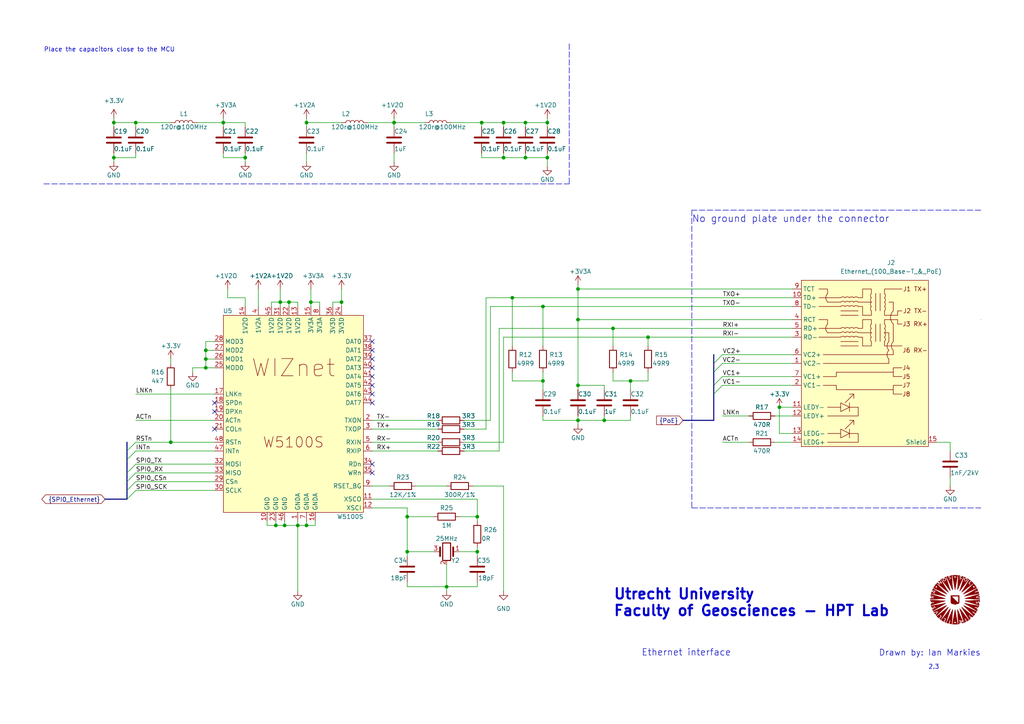
<source format=kicad_sch>
(kicad_sch (version 20211123) (generator eeschema)
  (paper "A4")
  (lib_symbols
    (symbol "+1V2A_1" (power) (in_bom no) (on_board no)
      (property "Value" "+1V2A_1" (at -3.81 3.81 0))
      (symbol "+1V2A_1_1_1"
        (pin power_in line (at 0 0 90) (length 0) hide (name "+1V2A") (number "1"))
      )
    )
    (symbol "+1V2D_1" (power) (in_bom no) (on_board no)
      (property "Value" "+1V2D_1" (at -3.81 3.81 0))
      (symbol "+1V2D_1_1_1"
        (pin power_in line (at 0 0 90) (length 0) hide (name "+1V2D") (number "1"))
      )
    )
    (symbol "+3V3A_1" (power) (in_bom no) (on_board no)
      (property "Value" "+3V3A_1" (at 0 5.08 0))
      (symbol "+3V3A_1_1_1"
        (pin power_in line (at 0 0 90) (length 0) hide (name "+3V3A") (number "1"))
      )
    )
    (symbol "+3V3A_2" (power) (in_bom no) (on_board no)
      (property "Value" "+3V3A_2" (at 0 5.08 0))
      (symbol "+3V3A_2_1_1"
        (pin power_in line (at 0 0 90) (length 0) hide (name "+3V3A") (number "1"))
      )
    )
    (symbol "Device:C" (pin_numbers hide) (pin_names (offset 0.254))
      (property "Reference" "C" (at 0.635 2.54 0))
      (property "Value" "C" (at 0.635 -2.54 0))
      (symbol "C_1_1"
        (pin passive line (at 0 3.81 270) (length 2.794) (name "~") (number "1"))
        (pin passive line (at 0 -3.81 90) (length 2.794) (name "~") (number "2"))
      )
    )
    (symbol "Device:L" (pin_numbers hide) (pin_names (offset 1.016) hide)
      (property "Reference" "L" (at -1.27 0 90))
      (property "Value" "L" (at 1.905 0 90))
      (symbol "L_1_1"
        (pin passive line (at 0 3.81 270) (length 1.27) (name "1") (number "1"))
        (pin passive line (at 0 -3.81 90) (length 1.27) (name "2") (number "2"))
      )
    )
    (symbol "Device:R" (pin_numbers hide) (pin_names (offset 0))
      (property "Reference" "R" (at 2.032 0 90))
      (property "Value" "R" (at 0 0 90))
      (symbol "R_1_1"
        (pin passive line (at 0 3.81 270) (length 1.27) (name "~") (number "1"))
        (pin passive line (at 0 -3.81 90) (length 1.27) (name "~") (number "2"))
      )
    )
    (symbol "HPT:+1V2A" (power) (in_bom no) (on_board no)
      (property "Value" "+1V2A" (at 0 5.08 0))
      (symbol "+1V2A_1_1"
        (pin power_in line (at 0 0 90) (length 0) hide (name "+1V2A") (number "1"))
      )
    )
    (symbol "HPT:+1V2D" (power) (in_bom no) (on_board no)
      (property "Value" "+1V2D" (at 0 5.08 0))
      (symbol "+1V2D_1_1"
        (pin power_in line (at 0 0 90) (length 0) hide (name "+1V2D") (number "1"))
      )
    )
    (symbol "HPT:+1V2O" (power) (in_bom no) (on_board no)
      (property "Value" "+1V2O" (at 0 5.08 0))
      (symbol "+1V2O_1_1"
        (pin power_in line (at 0 0 90) (length 0) hide (name "+1V2O") (number "1"))
      )
    )
    (symbol "HPT:+3V3A" (power) (in_bom no) (on_board no)
      (property "Value" "+3V3A" (at 0 5.08 0))
      (symbol "+3V3A_1_1"
        (pin power_in line (at 0 0 90) (length 0) hide (name "+3V3A") (number "1"))
      )
    )
    (symbol "HPT:Crystal"
      (property "Reference" "U" (at 1.27 6.35 0))
      (property "Value" "Crystal" (at 0 -8.89 0))
      (symbol "Crystal_1_1"
        (pin passive line (at -3.81 0 0) (length 1.27) (name "") (number "1"))
        (pin passive line (at 0 -3.81 90) (length 1.27) (name "") (number "2"))
        (pin passive line (at 3.81 0 180) (length 1.27) (name "") (number "3"))
        (pin passive line (at 0 -3.81 90) (length 1.27) hide (name "") (number "4"))
      )
    )
    (symbol "HPT:Ethernet_(100_Base-T_&_PoE)"
      (property "Reference" "J?" (at -16.51 29.21 0))
      (property "Value" "Ethernet_(100_Base-T_&_PoE)" (at -2.54 -21.59 0))
      (symbol "Ethernet_(100_Base-T_&_PoE)_0_0"
        (text "J1 TX+" (at 15.24 25.4 0) (effects (font (size 1.27 1.27))))
        (text "J2 TX-" (at 15.24 19.05 0) (effects (font (size 1.27 1.27))))
        (text "J3 RX+" (at 15.24 15.24 0) (effects (font (size 1.27 1.27))))
        (text "J4" (at 12.7 2.54 0) (effects (font (size 1.27 1.27))))
        (text "J5" (at 12.7 0 0) (effects (font (size 1.27 1.27))))
        (text "J6 RX-" (at 15.24 7.62 0) (effects (font (size 1.27 1.27))))
        (text "J7" (at 12.7 -2.54 0) (effects (font (size 1.27 1.27))))
        (text "J8" (at 12.7 -5.08 0) (effects (font (size 1.27 1.27))))
      )
      (symbol "Ethernet_(100_Base-T_&_PoE)_1_1"
        (pin output line (at -20.32 3.81 0) (length 2.54) (name "VC2-") (number "1"))
        (pin input line (at -20.32 22.86 0) (length 2.54) (name "TD+") (number "10"))
        (pin input line (at -20.32 -8.89 0) (length 2.54) (name "LEDY-") (number "11"))
        (pin input line (at -20.32 -11.43 0) (length 2.54) (name "LEDY+") (number "12"))
        (pin input line (at -20.32 -16.51 0) (length 2.54) (name "LEDG-") (number "13"))
        (pin input line (at -20.32 -19.05 0) (length 2.54) (name "LEDG+") (number "14"))
        (pin input line (at 21.59 -19.05 180) (length 2.54) (name "Shield") (number "15"))
        (pin input line (at 21.59 -19.05 180) (length 2.54) hide (name "Shield") (number "16"))
        (pin output line (at -20.32 -2.54 0) (length 2.54) (name "VC1-") (number "2"))
        (pin input line (at -20.32 11.43 0) (length 2.54) (name "RD-") (number "3"))
        (pin input line (at -20.32 16.51 0) (length 2.54) (name "RCT") (number "4"))
        (pin input line (at -20.32 13.97 0) (length 2.54) (name "RD+") (number "5"))
        (pin output line (at -20.32 6.35 0) (length 2.54) (name "VC2+") (number "6"))
        (pin output line (at -20.32 0 0) (length 2.54) (name "VC1+") (number "7"))
        (pin input line (at -20.32 20.32 0) (length 2.54) (name "TD-") (number "8"))
        (pin input line (at -20.32 25.4 0) (length 2.54) (name "TCT") (number "9"))
      )
    )
    (symbol "HPT:LOGO" (pin_names (offset 1.016)))
    (symbol "HPT:W5100S"
      (property "Reference" "U" (at -20.32 38.1 0))
      (property "Value" "W5100S" (at 20.32 -22.86 0))
      (symbol "W5100S_0_0"
        (text "W5100S" (at 0 0 0) (effects (font (size 3 3))))
        (text "WIZnet" (at 0 21.59 0) (effects (font (size 5 5))))
      )
      (symbol "W5100S_1_1"
        (pin input line (at -1.27 -22.86 90) (length 2.54) (name "GNDA") (number "1"))
        (pin input line (at 7.62 -22.86 90) (length 2.54) (name "GND") (number "10"))
        (pin input line (at -22.86 -16.51 0) (length 2.54) (name "XSCO") (number "11"))
        (pin input line (at -22.86 -19.05 0) (length 2.54) (name "XSCI") (number "12"))
        (pin input line (at -1.27 39.37 270) (length 2.54) (name "1V2D") (number "13"))
        (pin input line (at 13.97 39.37 270) (length 2.54) (name "1V2O") (number "14"))
        (pin input line (at -5.08 39.37 270) (length 2.54) (name "3V3A") (number "15"))
        (pin input line (at -6.35 -22.86 90) (length 2.54) (name "GNDA") (number "16"))
        (pin bidirectional line (at 22.86 13.97 180) (length 2.54) (name "LNKn") (number "17"))
        (pin bidirectional line (at 22.86 11.43 180) (length 2.54) (name "SPDn") (number "18"))
        (pin bidirectional line (at 22.86 8.89 180) (length 2.54) (name "DPXn") (number "19"))
        (pin input line (at -22.86 6.35 0) (length 2.54) (name "TXON") (number "2"))
        (pin bidirectional line (at 22.86 6.35 180) (length 2.54) (name "ACTn") (number "20"))
        (pin bidirectional line (at 22.86 3.81 180) (length 2.54) (name "COLn") (number "21"))
        (pin input line (at 1.27 39.37 270) (length 2.54) (name "1V2D") (number "22"))
        (pin input line (at 5.08 -22.86 90) (length 2.54) (name "GND") (number "23"))
        (pin input line (at -13.97 39.37 270) (length 2.54) (name "3V3D") (number "24"))
        (pin input line (at 22.86 21.59 180) (length 2.54) (name "MOD0") (number "25"))
        (pin input line (at 22.86 24.13 180) (length 2.54) (name "MOD1") (number "26"))
        (pin input line (at 22.86 26.67 180) (length 2.54) (name "MOD2") (number "27"))
        (pin input line (at 22.86 29.21 180) (length 2.54) (name "MOD3") (number "28"))
        (pin bidirectional line (at 22.86 -11.43 180) (length 2.54) (name "CSn") (number "29"))
        (pin input line (at -22.86 3.81 0) (length 2.54) (name "TXOP") (number "3"))
        (pin bidirectional line (at 22.86 -13.97 180) (length 2.54) (name "SCLK") (number "30"))
        (pin input line (at 3.81 39.37 270) (length 2.54) (name "1V2D") (number "31"))
        (pin bidirectional line (at 22.86 -6.35 180) (length 2.54) (name "MOSI") (number "32"))
        (pin bidirectional line (at 22.86 -8.89 180) (length 2.54) (name "MISO") (number "33"))
        (pin input line (at -22.86 -6.35 0) (length 2.54) (name "RDn") (number "34"))
        (pin input line (at -22.86 -8.89 0) (length 2.54) (name "WRn") (number "35"))
        (pin input line (at -11.43 39.37 270) (length 2.54) (name "3V3D") (number "36"))
        (pin input line (at -22.86 29.21 0) (length 2.54) (name "DAT0") (number "37"))
        (pin input line (at -22.86 26.67 0) (length 2.54) (name "DAT1") (number "38"))
        (pin input line (at -22.86 24.13 0) (length 2.54) (name "DAT2") (number "39"))
        (pin input line (at 10.16 39.37 270) (length 2.54) (name "1V2A") (number "4"))
        (pin input line (at -22.86 21.59 0) (length 2.54) (name "DAT3") (number "40"))
        (pin input line (at -22.86 19.05 0) (length 2.54) (name "DAT4") (number "41"))
        (pin input line (at -22.86 16.51 0) (length 2.54) (name "DAT5") (number "42"))
        (pin input line (at -22.86 13.97 0) (length 2.54) (name "DAT6") (number "43"))
        (pin input line (at -22.86 11.43 0) (length 2.54) (name "DAT7") (number "44"))
        (pin input line (at 6.35 39.37 270) (length 2.54) (name "1V2D") (number "45"))
        (pin input line (at 2.54 -22.86 90) (length 2.54) (name "GND") (number "46"))
        (pin bidirectional line (at 22.86 -2.54 180) (length 2.54) (name "INTn") (number "47"))
        (pin bidirectional line (at 22.86 0 180) (length 2.54) (name "RSTn") (number "48"))
        (pin input line (at -22.86 0 0) (length 2.54) (name "RXIN") (number "5"))
        (pin input line (at -22.86 -2.54 0) (length 2.54) (name "RXIP") (number "6"))
        (pin input line (at -3.81 -22.86 90) (length 2.54) (name "GNDA") (number "7"))
        (pin input line (at -7.62 39.37 270) (length 2.54) (name "3V3A") (number "8"))
        (pin input line (at -22.86 -12.7 0) (length 2.54) (name "RSET_BG") (number "9"))
      )
    )
    (symbol "power:+3.3V" (power) (pin_names (offset 0))
      (property "Value" "+3.3V" (at 0 3.556 0))
      (symbol "+3.3V_1_1"
        (pin power_in line (at 0 0 90) (length 0) hide (name "+3.3V") (number "1"))
      )
    )
    (symbol "power:GND" (power) (pin_names (offset 0))
      (property "Value" "GND" (at 0 -3.81 0))
      (symbol "GND_1_1"
        (pin power_in line (at 0 0 270) (length 0) hide (name "GND") (number "1"))
      )
    )
  )
  (junction (at 129.54 170.18))
  (junction (at 49.53 128.27))
  (junction (at 33.02 35.56))
  (junction (at 146.05 45.72))
  (junction (at 158.75 35.56))
  (junction (at 152.4 35.56))
  (junction (at 59.69 101.6))
  (junction (at 82.55 152.4))
  (junction (at 139.7 35.56))
  (junction (at 167.64 83.82))
  (junction (at 175.26 121.92))
  (junction (at 138.43 149.86))
  (junction (at 167.64 92.71))
  (junction (at 39.37 35.56))
  (junction (at 64.77 35.56))
  (junction (at 157.48 110.49))
  (junction (at 99.06 87.63))
  (junction (at 158.75 45.72))
  (junction (at 182.88 110.49))
  (junction (at 80.01 152.4))
  (junction (at 83.82 87.63))
  (junction (at 138.43 160.02))
  (junction (at 114.3 35.56))
  (junction (at 226.06 118.11))
  (junction (at 146.05 35.56))
  (junction (at 148.59 86.36))
  (junction (at 88.9 152.4))
  (junction (at 177.8 95.25))
  (junction (at 86.36 152.4))
  (junction (at 88.9 35.56))
  (junction (at 90.17 87.63))
  (junction (at 71.12 45.72))
  (junction (at 59.69 106.68))
  (junction (at 167.64 111.76))
  (junction (at 152.4 45.72))
  (junction (at 157.48 88.9))
  (junction (at 118.11 149.86))
  (junction (at 81.28 87.63))
  (junction (at 118.11 160.02))
  (junction (at 167.64 121.92))
  (junction (at 59.69 104.14))
  (junction (at 33.02 45.72))
  (junction (at 187.96 97.79))
  (no_connect (at 107.95 137.16))
  (no_connect (at 107.95 134.62))
  (no_connect (at 62.23 116.84))
  (no_connect (at 62.23 124.46))
  (no_connect (at 62.23 119.38))
  (no_connect (at 107.95 109.22))
  (no_connect (at 107.95 106.68))
  (no_connect (at 107.95 111.76))
  (no_connect (at 107.95 114.3))
  (no_connect (at 107.95 116.84))
  (no_connect (at 107.95 104.14))
  (no_connect (at 107.95 101.6))
  (no_connect (at 107.95 99.06))
  (bus_entry (at 36.83 142.24) (size 2.54 -2.54))
  (bus_entry (at 36.83 130.81) (size 2.54 -2.54))
  (bus_entry (at 209.55 109.22) (size -2.54 2.54))
  (bus_entry (at 209.55 105.41) (size -2.54 2.54))
  (bus_entry (at 209.55 102.87) (size -2.54 2.54))
  (bus_entry (at 36.83 139.7) (size 2.54 -2.54))
  (bus_entry (at 36.83 133.35) (size 2.54 -2.54))
  (bus_entry (at 36.83 144.78) (size 2.54 -2.54))
  (bus_entry (at 209.55 111.76) (size -2.54 2.54))
  (bus_entry (at 36.83 137.16) (size 2.54 -2.54))
  (wire (pts (xy 224.79 120.65) (xy 229.87 120.65)))
  (wire (pts (xy 39.37 137.16) (xy 62.23 137.16)))
  (wire (pts (xy 138.43 170.18) (xy 129.54 170.18)))
  (wire (pts (xy 99.06 83.82) (xy 99.06 87.63)))
  (wire (pts (xy 106.68 35.56) (xy 114.3 35.56)))
  (wire (pts (xy 82.55 152.4) (xy 86.36 152.4)))
  (wire (pts (xy 114.3 35.56) (xy 114.3 36.83)))
  (wire (pts (xy 182.88 110.49) (xy 182.88 113.03)))
  (wire (pts (xy 64.77 35.56) (xy 64.77 36.83)))
  (wire (pts (xy 138.43 170.18) (xy 138.43 168.91)))
  (wire (pts (xy 139.7 35.56) (xy 146.05 35.56)))
  (wire (pts (xy 33.02 45.72) (xy 33.02 44.45)))
  (wire (pts (xy 158.75 45.72) (xy 158.75 48.26)))
  (wire (pts (xy 33.02 35.56) (xy 33.02 36.83)))
  (wire (pts (xy 49.53 113.03) (xy 49.53 128.27)))
  (wire (pts (xy 129.54 170.18) (xy 118.11 170.18)))
  (wire (pts (xy 107.95 147.32) (xy 118.11 147.32)))
  (wire (pts (xy 157.48 120.65) (xy 157.48 121.92)))
  (wire (pts (xy 71.12 45.72) (xy 71.12 46.99)))
  (wire (pts (xy 62.23 99.06) (xy 59.69 99.06)))
  (wire (pts (xy 137.16 140.97) (xy 146.05 140.97)))
  (wire (pts (xy 114.3 35.56) (xy 123.19 35.56)))
  (bus (pts (xy 36.83 137.16) (xy 36.83 139.7)))
  (wire (pts (xy 114.3 46.99) (xy 114.3 44.45)))
  (wire (pts (xy 49.53 105.41) (xy 49.53 104.14)))
  (wire (pts (xy 88.9 151.13) (xy 88.9 152.4)))
  (wire (pts (xy 96.52 87.63) (xy 96.52 88.9)))
  (wire (pts (xy 167.64 92.71) (xy 229.87 92.71)))
  (wire (pts (xy 92.71 87.63) (xy 92.71 88.9)))
  (wire (pts (xy 118.11 149.86) (xy 118.11 160.02)))
  (wire (pts (xy 134.62 121.92) (xy 142.24 121.92)))
  (bus (pts (xy 36.83 142.24) (xy 36.83 144.78)))
  (wire (pts (xy 167.64 111.76) (xy 167.64 113.03)))
  (wire (pts (xy 88.9 34.29) (xy 88.9 35.56)))
  (wire (pts (xy 138.43 149.86) (xy 133.35 149.86)))
  (wire (pts (xy 81.28 87.63) (xy 78.74 87.63)))
  (wire (pts (xy 144.78 130.81) (xy 144.78 95.25)))
  (wire (pts (xy 157.48 107.95) (xy 157.48 110.49)))
  (polyline (pts (xy 200.66 147.32) (xy 284.48 147.32)))
  (wire (pts (xy 187.96 97.79) (xy 229.87 97.79)))
  (wire (pts (xy 107.95 140.97) (xy 113.03 140.97)))
  (wire (pts (xy 64.77 34.29) (xy 64.77 35.56)))
  (wire (pts (xy 139.7 45.72) (xy 146.05 45.72)))
  (wire (pts (xy 39.37 45.72) (xy 39.37 44.45)))
  (wire (pts (xy 146.05 35.56) (xy 152.4 35.56)))
  (polyline (pts (xy 12.7 53.34) (xy 165.1 53.34)))
  (bus (pts (xy 36.83 133.35) (xy 36.83 137.16)))
  (wire (pts (xy 71.12 45.72) (xy 71.12 44.45)))
  (wire (pts (xy 209.55 111.76) (xy 229.87 111.76)))
  (wire (pts (xy 90.17 83.82) (xy 90.17 87.63)))
  (wire (pts (xy 77.47 152.4) (xy 80.01 152.4)))
  (wire (pts (xy 64.77 35.56) (xy 71.12 35.56)))
  (polyline (pts (xy 165.1 12.7) (xy 165.1 53.34)))
  (wire (pts (xy 127 128.27) (xy 107.95 128.27)))
  (wire (pts (xy 78.74 87.63) (xy 78.74 88.9)))
  (bus (pts (xy 207.01 107.95) (xy 207.01 111.76)))
  (wire (pts (xy 33.02 45.72) (xy 39.37 45.72)))
  (wire (pts (xy 114.3 34.29) (xy 114.3 35.56)))
  (wire (pts (xy 125.73 149.86) (xy 118.11 149.86)))
  (wire (pts (xy 146.05 97.79) (xy 187.96 97.79)))
  (wire (pts (xy 138.43 151.13) (xy 138.43 149.86)))
  (wire (pts (xy 175.26 120.65) (xy 175.26 121.92)))
  (wire (pts (xy 71.12 35.56) (xy 71.12 36.83)))
  (wire (pts (xy 144.78 95.25) (xy 177.8 95.25)))
  (wire (pts (xy 134.62 128.27) (xy 146.05 128.27)))
  (wire (pts (xy 224.79 128.27) (xy 229.87 128.27)))
  (wire (pts (xy 74.93 83.82) (xy 74.93 88.9)))
  (wire (pts (xy 62.23 104.14) (xy 59.69 104.14)))
  (wire (pts (xy 59.69 104.14) (xy 59.69 101.6)))
  (bus (pts (xy 207.01 111.76) (xy 207.01 114.3)))
  (wire (pts (xy 139.7 45.72) (xy 139.7 44.45)))
  (bus (pts (xy 36.83 128.27) (xy 36.83 130.81)))
  (wire (pts (xy 146.05 45.72) (xy 146.05 44.45)))
  (wire (pts (xy 134.62 124.46) (xy 140.97 124.46)))
  (wire (pts (xy 59.69 106.68) (xy 55.88 106.68)))
  (wire (pts (xy 55.88 106.68) (xy 55.88 107.95)))
  (wire (pts (xy 88.9 44.45) (xy 88.9 46.99)))
  (wire (pts (xy 148.59 86.36) (xy 229.87 86.36)))
  (wire (pts (xy 158.75 45.72) (xy 158.75 44.45)))
  (wire (pts (xy 138.43 158.75) (xy 138.43 160.02)))
  (wire (pts (xy 158.75 35.56) (xy 158.75 36.83)))
  (wire (pts (xy 86.36 87.63) (xy 83.82 87.63)))
  (wire (pts (xy 39.37 128.27) (xy 49.53 128.27)))
  (wire (pts (xy 90.17 87.63) (xy 90.17 88.9)))
  (wire (pts (xy 134.62 130.81) (xy 144.78 130.81)))
  (wire (pts (xy 138.43 144.78) (xy 138.43 149.86)))
  (wire (pts (xy 167.64 121.92) (xy 175.26 121.92)))
  (wire (pts (xy 157.48 121.92) (xy 167.64 121.92)))
  (wire (pts (xy 209.55 109.22) (xy 229.87 109.22)))
  (wire (pts (xy 83.82 87.63) (xy 83.82 88.9)))
  (wire (pts (xy 80.01 152.4) (xy 82.55 152.4)))
  (wire (pts (xy 152.4 35.56) (xy 158.75 35.56)))
  (bus (pts (xy 36.83 130.81) (xy 36.83 133.35)))
  (wire (pts (xy 167.64 92.71) (xy 167.64 111.76)))
  (bus (pts (xy 198.12 121.92) (xy 207.01 121.92)))
  (wire (pts (xy 64.77 45.72) (xy 71.12 45.72)))
  (wire (pts (xy 39.37 121.92) (xy 62.23 121.92)))
  (wire (pts (xy 118.11 170.18) (xy 118.11 168.91)))
  (bus (pts (xy 36.83 139.7) (xy 36.83 142.24)))
  (wire (pts (xy 142.24 88.9) (xy 142.24 121.92)))
  (wire (pts (xy 148.59 110.49) (xy 157.48 110.49)))
  (wire (pts (xy 57.15 35.56) (xy 64.77 35.56)))
  (wire (pts (xy 81.28 87.63) (xy 81.28 88.9)))
  (wire (pts (xy 118.11 160.02) (xy 118.11 161.29)))
  (wire (pts (xy 88.9 35.56) (xy 99.06 35.56)))
  (wire (pts (xy 86.36 151.13) (xy 86.36 152.4)))
  (wire (pts (xy 62.23 106.68) (xy 59.69 106.68)))
  (wire (pts (xy 127 130.81) (xy 107.95 130.81)))
  (wire (pts (xy 229.87 118.11) (xy 226.06 118.11)))
  (wire (pts (xy 120.65 140.97) (xy 129.54 140.97)))
  (polyline (pts (xy 284.48 60.96) (xy 200.66 60.96)))
  (wire (pts (xy 81.28 83.82) (xy 81.28 87.63)))
  (wire (pts (xy 49.53 128.27) (xy 62.23 128.27)))
  (wire (pts (xy 133.35 160.02) (xy 138.43 160.02)))
  (bus (pts (xy 30.48 144.78) (xy 36.83 144.78)))
  (wire (pts (xy 107.95 144.78) (xy 138.43 144.78)))
  (wire (pts (xy 77.47 151.13) (xy 77.47 152.4)))
  (wire (pts (xy 127 121.92) (xy 107.95 121.92)))
  (wire (pts (xy 118.11 160.02) (xy 125.73 160.02)))
  (wire (pts (xy 33.02 35.56) (xy 33.02 34.29)))
  (wire (pts (xy 39.37 142.24) (xy 62.23 142.24)))
  (wire (pts (xy 86.36 88.9) (xy 86.36 87.63)))
  (wire (pts (xy 148.59 86.36) (xy 148.59 100.33)))
  (wire (pts (xy 209.55 102.87) (xy 229.87 102.87)))
  (wire (pts (xy 39.37 130.81) (xy 62.23 130.81)))
  (wire (pts (xy 209.55 120.65) (xy 217.17 120.65)))
  (wire (pts (xy 33.02 46.99) (xy 33.02 45.72)))
  (wire (pts (xy 157.48 100.33) (xy 157.48 88.9)))
  (wire (pts (xy 139.7 35.56) (xy 139.7 36.83)))
  (wire (pts (xy 71.12 86.36) (xy 71.12 88.9)))
  (wire (pts (xy 99.06 87.63) (xy 96.52 87.63)))
  (wire (pts (xy 177.8 95.25) (xy 229.87 95.25)))
  (wire (pts (xy 182.88 110.49) (xy 187.96 110.49)))
  (wire (pts (xy 64.77 45.72) (xy 64.77 44.45)))
  (wire (pts (xy 39.37 114.3) (xy 62.23 114.3)))
  (wire (pts (xy 118.11 147.32) (xy 118.11 149.86)))
  (wire (pts (xy 86.36 152.4) (xy 88.9 152.4)))
  (wire (pts (xy 157.48 88.9) (xy 229.87 88.9)))
  (wire (pts (xy 39.37 35.56) (xy 39.37 36.83)))
  (wire (pts (xy 39.37 139.7) (xy 62.23 139.7)))
  (wire (pts (xy 175.26 121.92) (xy 182.88 121.92)))
  (wire (pts (xy 66.04 83.82) (xy 66.04 86.36)))
  (wire (pts (xy 59.69 101.6) (xy 59.69 99.06)))
  (wire (pts (xy 167.64 111.76) (xy 175.26 111.76)))
  (wire (pts (xy 142.24 88.9) (xy 157.48 88.9)))
  (wire (pts (xy 91.44 151.13) (xy 91.44 152.4)))
  (wire (pts (xy 167.64 120.65) (xy 167.64 121.92)))
  (wire (pts (xy 148.59 107.95) (xy 148.59 110.49)))
  (wire (pts (xy 146.05 128.27) (xy 146.05 97.79)))
  (polyline (pts (xy 200.66 60.96) (xy 200.66 147.32)))
  (wire (pts (xy 39.37 35.56) (xy 33.02 35.56)))
  (wire (pts (xy 138.43 160.02) (xy 138.43 161.29)))
  (wire (pts (xy 99.06 87.63) (xy 99.06 88.9)))
  (wire (pts (xy 187.96 97.79) (xy 187.96 100.33)))
  (wire (pts (xy 146.05 140.97) (xy 146.05 171.45)))
  (wire (pts (xy 146.05 45.72) (xy 152.4 45.72)))
  (wire (pts (xy 177.8 107.95) (xy 177.8 110.49)))
  (wire (pts (xy 90.17 87.63) (xy 92.71 87.63)))
  (wire (pts (xy 129.54 171.45) (xy 129.54 170.18)))
  (wire (pts (xy 140.97 124.46) (xy 140.97 86.36)))
  (wire (pts (xy 129.54 163.83) (xy 129.54 170.18)))
  (wire (pts (xy 146.05 35.56) (xy 146.05 36.83)))
  (wire (pts (xy 86.36 152.4) (xy 86.36 171.45)))
  (wire (pts (xy 167.64 121.92) (xy 167.64 123.19)))
  (wire (pts (xy 152.4 45.72) (xy 158.75 45.72)))
  (wire (pts (xy 88.9 152.4) (xy 91.44 152.4)))
  (wire (pts (xy 182.88 121.92) (xy 182.88 120.65)))
  (wire (pts (xy 167.64 83.82) (xy 167.64 92.71)))
  (wire (pts (xy 177.8 95.25) (xy 177.8 100.33)))
  (wire (pts (xy 167.64 82.55) (xy 167.64 83.82)))
  (wire (pts (xy 152.4 35.56) (xy 152.4 36.83)))
  (wire (pts (xy 157.48 110.49) (xy 157.48 113.03)))
  (wire (pts (xy 271.78 128.27) (xy 275.59 128.27)))
  (wire (pts (xy 158.75 34.29) (xy 158.75 35.56)))
  (bus (pts (xy 207.01 105.41) (xy 207.01 107.95)))
  (wire (pts (xy 59.69 106.68) (xy 59.69 104.14)))
  (wire (pts (xy 81.28 87.63) (xy 83.82 87.63)))
  (wire (pts (xy 127 124.46) (xy 107.95 124.46)))
  (wire (pts (xy 275.59 140.97) (xy 275.59 138.43)))
  (wire (pts (xy 62.23 101.6) (xy 59.69 101.6)))
  (wire (pts (xy 226.06 125.73) (xy 226.06 118.11)))
  (bus (pts (xy 207.01 114.3) (xy 207.01 121.92)))
  (wire (pts (xy 209.55 105.41) (xy 229.87 105.41)))
  (wire (pts (xy 177.8 110.49) (xy 182.88 110.49)))
  (wire (pts (xy 82.55 151.13) (xy 82.55 152.4)))
  (wire (pts (xy 130.81 35.56) (xy 139.7 35.56)))
  (wire (pts (xy 229.87 125.73) (xy 226.06 125.73)))
  (wire (pts (xy 140.97 86.36) (xy 148.59 86.36)))
  (wire (pts (xy 39.37 134.62) (xy 62.23 134.62)))
  (wire (pts (xy 49.53 35.56) (xy 39.37 35.56)))
  (wire (pts (xy 152.4 45.72) (xy 152.4 44.45)))
  (bus (pts (xy 207.01 102.87) (xy 207.01 105.41)))
  (wire (pts (xy 175.26 113.03) (xy 175.26 111.76)))
  (wire (pts (xy 187.96 107.95) (xy 187.96 110.49)))
  (wire (pts (xy 88.9 35.56) (xy 88.9 36.83)))
  (wire (pts (xy 275.59 128.27) (xy 275.59 130.81)))
  (wire (pts (xy 167.64 83.82) (xy 229.87 83.82)))
  (wire (pts (xy 80.01 151.13) (xy 80.01 152.4)))
  (wire (pts (xy 209.55 128.27) (xy 217.17 128.27)))
  (wire (pts (xy 66.04 86.36) (xy 71.12 86.36)))
  (text "No ground plate under the connector\n" (at 200.66 64.77 0) (effects (font (size 2 2)) (justify left bottom)))
  (text "Ethernet interface" (at 212.09 190.5 180) (effects (font (size 1.905 1.905)) (justify right bottom)))
  (text "Utrecht University\nFaculty of Geosciences - HPT Lab" (at 177.8 179.07 0) (effects (font (size 3 3) (thickness 0.6) bold) (justify left bottom)))
  (text "Drawn by: Ian Markies" (at 284.48 190.5 180) (effects (font (size 1.75 1.75)) (justify right bottom)))
  (text "2.3" (at 269.24 194.31 0) (effects (font (size 1.27 1.27)) (justify left bottom)))
  (text "Place the capacitors close to the MCU" (at 12.7 15.24 0) (effects (font (size 1.27 1.27)) (justify left bottom)))
  (label "TXO-" (at 209.55 88.9 0))
  (label "ACTn" (at 209.55 128.27 0))
  (label "RX+" (at 109.22 130.81 0))
  (label "SPI0_RX" (at 39.37 137.16 0))
  (label "VC2+" (at 209.55 102.87 0))
  (label "RSTn" (at 39.37 128.27 0))
  (label "SPI0_CSn" (at 39.37 139.7 0))
  (label "SPI0_SCK" (at 39.37 142.24 0))
  (label "VC1-" (at 209.55 111.76 0))
  (label "TXO+" (at 209.55 86.36 0))
  (label "TX-" (at 109.22 121.92 0))
  (label "INTn" (at 39.37 130.81 0))
  (label "LNKn" (at 209.55 120.65 0))
  (label "SPI0_TX" (at 39.37 134.62 0))
  (label "LNKn" (at 39.37 114.3 0))
  (label "RX-" (at 109.22 128.27 0))
  (label "ACTn" (at 39.37 121.92 0))
  (label "RXI-" (at 209.55 97.79 0))
  (label "TX+" (at 109.22 124.46 0))
  (label "VC2-" (at 209.55 105.41 0))
  (label "VC1+" (at 209.55 109.22 0))
  (label "RXI+" (at 209.55 95.25 0))
  (global_label "{SPI0_Ethernet}" (shape bidirectional) (at 30.48 144.78 180) (property "Intersheet References" "${INTERSHEET_REFS}" (effects hide)))
  (global_label "{PoE}" (shape input) (at 198.12 121.92 180) (property "Intersheet References" "${INTERSHEET_REFS}" (effects hide)))
  (symbol (lib_id "Device:R") (at 148.59 104.14 180) (unit 1)
    (property "Reference" "R12" (at 152.4 102.87 0))
    (property "Value" "49R9" (at 152.4 105.41 0))
    (property "Footprint" "Resistor_SMD:R_0402_1005Metric" (effects hide))
  )
  (symbol (lib_id "Device:C") (at 175.26 116.84 0) (unit 1)
    (property "Reference" "C31" (at 175.26 114.3 0) (effects (justify left)))
    (property "Value" "1uF" (at 175.26 119.38 0) (effects (justify left)))
    (property "Footprint" "Capacitor_SMD:C_0402_1005Metric" (effects hide))
  )
  (symbol (lib_id "HPT:Crystal") (at 129.54 160.02 0) (mirror y) (unit 1)
    (property "Reference" "Y2" (at 132.08 162.56 0))
    (property "Value" "25MHz" (at 129.54 156.21 0))
    (property "Footprint" "Crystal:Crystal_SMD_Abracon_ABM8G-4Pin_3.2x2.5mm" (effects hide))
  )
  (symbol (lib_id "power:GND") (at 33.02 46.99 0) (unit 1)
    (property "Reference" "#PWR026" (effects hide))
    (property "Value" "GND" (at 33.02 50.8 0))
  )
  (symbol (lib_id "Device:L") (at 53.34 35.56 90) (unit 1)
    (property "Reference" "L1" (at 53.34 33.02 90))
    (property "Value" "120r@100MHz" (at 53.34 36.83 90))
    (property "Footprint" "Inductor_SMD:L_0402_1005Metric" (effects hide))
  )
  (symbol (lib_id "power:GND") (at 275.59 140.97 0) (unit 1)
    (property "Reference" "#PWR036" (effects hide))
    (property "Value" "GND" (at 275.59 144.78 0))
  )
  (symbol (lib_id "HPT:W5100S") (at 85.09 128.27 0) (mirror y) (unit 1)
    (property "Reference" "U5" (at 66.04 90.17 0))
    (property "Value" "W5100S" (at 101.6 149.86 0))
    (property "Footprint" "HPT:LQFP48" (effects hide))
  )
  (symbol (lib_name "+3V3A_1") (lib_id "HPT:+3V3A") (at 90.17 83.82 0) (unit 1) (in_bom no) (on_board no)
    (property "Reference" "#U0101" (effects hide))
    (property "Value" "+3V3A" (at 87.63 80.01 0) (effects (justify left)))
  )
  (symbol (lib_id "Device:R") (at 133.35 140.97 270) (mirror x) (unit 1)
    (property "Reference" "R24" (at 133.35 138.43 90))
    (property "Value" "300R/1%" (at 133.35 143.51 90))
    (property "Footprint" "Resistor_SMD:R_0402_1005Metric" (effects hide))
  )
  (symbol (lib_id "HPT:+1V2D") (at 158.75 34.29 0) (unit 1) (in_bom no) (on_board no)
    (property "Reference" "#U07" (effects hide))
    (property "Value" "+1V2D" (at 154.94 30.48 0) (effects (justify left)))
  )
  (symbol (lib_id "Device:R") (at 187.96 104.14 180) (unit 1)
    (property "Reference" "R15" (at 191.77 102.87 0))
    (property "Value" "49R9" (at 191.77 105.41 0))
    (property "Footprint" "Resistor_SMD:R_0402_1005Metric" (effects hide))
  )
  (symbol (lib_id "power:+3.3V") (at 226.06 118.11 0) (unit 1)
    (property "Reference" "#PWR034" (effects hide))
    (property "Value" "+3.3V" (at 226.06 114.3 0))
  )
  (symbol (lib_id "power:GND") (at 129.54 171.45 0) (mirror y) (unit 1)
    (property "Reference" "#PWR038" (effects hide))
    (property "Value" "GND" (at 129.54 175.26 0))
  )
  (symbol (lib_id "HPT:+1V2A") (at 88.9 34.29 0) (unit 1) (in_bom no) (on_board no)
    (property "Reference" "#U05" (effects hide))
    (property "Value" "+1V2A" (at 85.09 30.48 0) (effects (justify left)))
  )
  (symbol (lib_id "Device:C") (at 158.75 40.64 0) (unit 1)
    (property "Reference" "C28" (at 158.75 38.1 0) (effects (justify left)))
    (property "Value" "0.1uF" (at 158.75 43.18 0) (effects (justify left)))
    (property "Footprint" "Capacitor_SMD:C_0402_1005Metric" (effects hide))
  )
  (symbol (lib_id "Device:C") (at 114.3 40.64 0) (unit 1)
    (property "Reference" "C24" (at 114.3 38.1 0) (effects (justify left)))
    (property "Value" "1uF" (at 114.3 43.18 0) (effects (justify left)))
    (property "Footprint" "Capacitor_SMD:C_0402_1005Metric" (effects hide))
  )
  (symbol (lib_id "Device:R") (at 220.98 128.27 270) (unit 1)
    (property "Reference" "R21" (at 220.98 125.73 90))
    (property "Value" "470R" (at 220.98 130.81 90))
    (property "Footprint" "Resistor_SMD:R_0402_1005Metric" (effects hide))
  )
  (symbol (lib_id "Device:C") (at 118.11 165.1 0) (mirror y) (unit 1)
    (property "Reference" "C34" (at 118.11 162.56 0) (effects (justify left)))
    (property "Value" "18pF" (at 118.11 167.64 0) (effects (justify left)))
    (property "Footprint" "Capacitor_SMD:C_0402_1005Metric" (effects hide))
  )
  (symbol (lib_id "power:+3.3V") (at 49.53 104.14 0) (unit 1)
    (property "Reference" "#PWR032" (effects hide))
    (property "Value" "+3.3V" (at 49.53 100.33 0))
  )
  (symbol (lib_id "Device:C") (at 182.88 116.84 0) (unit 1)
    (property "Reference" "C32" (at 182.88 114.3 0) (effects (justify left)))
    (property "Value" "0.1uF" (at 182.88 119.38 0) (effects (justify left)))
    (property "Footprint" "Capacitor_SMD:C_0402_1005Metric" (effects hide))
  )
  (symbol (lib_id "HPT:+1V2O") (at 66.04 83.82 0) (unit 1) (in_bom no) (on_board no)
    (property "Reference" "#PWR012O01" (effects hide))
    (property "Value" "+1V2O" (at 62.23 80.01 0) (effects (justify left)))
  )
  (symbol (lib_id "power:GND") (at 146.05 171.45 0) (unit 1)
    (property "Reference" "#PWR039" (effects hide))
    (property "Value" "GND" (at 146.05 176.53 0))
  )
  (symbol (lib_id "Device:R") (at 157.48 104.14 180) (unit 1)
    (property "Reference" "R13" (at 161.29 102.87 0))
    (property "Value" "49R9" (at 161.29 105.41 0))
    (property "Footprint" "Resistor_SMD:R_0402_1005Metric" (effects hide))
  )
  (symbol (lib_id "Device:C") (at 139.7 40.64 0) (unit 1)
    (property "Reference" "C25" (at 139.7 38.1 0) (effects (justify left)))
    (property "Value" "0.1uF" (at 139.7 43.18 0) (effects (justify left)))
    (property "Footprint" "Capacitor_SMD:C_0402_1005Metric" (effects hide))
  )
  (symbol (lib_id "Device:C") (at 71.12 40.64 0) (unit 1)
    (property "Reference" "C22" (at 71.12 38.1 0) (effects (justify left)))
    (property "Value" "0.1uF" (at 71.12 43.18 0) (effects (justify left)))
    (property "Footprint" "Capacitor_SMD:C_0402_1005Metric" (effects hide))
  )
  (symbol (lib_id "Device:R") (at 138.43 154.94 0) (mirror x) (unit 1)
    (property "Reference" "R26" (at 142.24 153.67 0))
    (property "Value" "0R" (at 140.97 156.21 0))
    (property "Footprint" "Resistor_SMD:R_0402_1005Metric" (effects hide))
  )
  (symbol (lib_id "Device:C") (at 138.43 165.1 0) (mirror y) (unit 1)
    (property "Reference" "C35" (at 142.24 162.56 0) (effects (justify left)))
    (property "Value" "18pF" (at 143.51 167.64 0) (effects (justify left)))
    (property "Footprint" "Capacitor_SMD:C_0402_1005Metric" (effects hide))
  )
  (symbol (lib_id "Device:C") (at 146.05 40.64 0) (unit 1)
    (property "Reference" "C26" (at 146.05 38.1 0) (effects (justify left)))
    (property "Value" "0.1uF" (at 146.05 43.18 0) (effects (justify left)))
    (property "Footprint" "Capacitor_SMD:C_0402_1005Metric" (effects hide))
  )
  (symbol (lib_id "HPT:+1V2O") (at 114.3 34.29 0) (unit 1) (in_bom no) (on_board no)
    (property "Reference" "#U06" (effects hide))
    (property "Value" "+1V2O" (at 110.49 30.48 0) (effects (justify left)))
  )
  (symbol (lib_id "power:GND") (at 114.3 46.99 0) (unit 1)
    (property "Reference" "#PWR029" (effects hide))
    (property "Value" "GND" (at 114.3 50.8 0))
  )
  (symbol (lib_id "Device:L") (at 127 35.56 90) (unit 1)
    (property "Reference" "L3" (at 124.46 33.02 90))
    (property "Value" "120r@100MHz" (at 128.27 36.83 90))
    (property "Footprint" "Inductor_SMD:L_0402_1005Metric" (effects hide))
  )
  (symbol (lib_id "Device:C") (at 39.37 40.64 0) (unit 1)
    (property "Reference" "C20" (at 39.37 38.1 0) (effects (justify left)))
    (property "Value" "0.1uF" (at 39.37 43.18 0) (effects (justify left)))
    (property "Footprint" "Capacitor_SMD:C_0402_1005Metric" (effects hide))
  )
  (symbol (lib_id "power:GND") (at 55.88 107.95 0) (unit 1)
    (property "Reference" "#PWR033" (effects hide))
    (property "Value" "GND" (at 55.88 111.76 0))
  )
  (symbol (lib_id "Device:R") (at 177.8 104.14 180) (unit 1)
    (property "Reference" "R14" (at 181.61 102.87 0))
    (property "Value" "49R9" (at 181.61 105.41 0))
    (property "Footprint" "Resistor_SMD:R_0402_1005Metric" (effects hide))
  )
  (symbol (lib_name "+1V2D_1") (lib_id "HPT:+1V2D") (at 81.28 83.82 0) (mirror y) (unit 1)
    (property "Reference" "#PWR012D01" (effects hide))
    (property "Value" "+1V2D" (at 85.09 80.01 0) (effects (justify left)))
  )
  (symbol (lib_id "Device:R") (at 49.53 109.22 0) (unit 1)
    (property "Reference" "R16" (at 45.72 107.95 0))
    (property "Value" "4k7" (at 45.72 110.49 0))
    (property "Footprint" "Resistor_SMD:R_0402_1005Metric" (effects hide))
  )
  (symbol (lib_id "Device:C") (at 275.59 134.62 0) (unit 1)
    (property "Reference" "C33" (at 276.86 132.08 0) (effects (justify left)))
    (property "Value" "1nF/2kV" (at 275.59 137.16 0) (effects (justify left)))
    (property "Footprint" "Capacitor_SMD:C_1206_3216Metric" (effects hide))
  )
  (symbol (lib_id "power:+3.3V") (at 33.02 34.29 0) (unit 1)
    (property "Reference" "#PWR025" (effects hide))
    (property "Value" "+3.3V" (at 33.02 29.21 0))
  )
  (symbol (lib_id "Device:R") (at 130.81 121.92 270) (mirror x) (unit 1)
    (property "Reference" "R18" (at 125.73 120.65 90))
    (property "Value" "3R3" (at 135.89 120.65 90))
    (property "Footprint" "Resistor_SMD:R_0402_1005Metric" (effects hide))
  )
  (symbol (lib_id "power:GND") (at 71.12 46.99 0) (unit 1)
    (property "Reference" "#PWR027" (effects hide))
    (property "Value" "GND" (at 71.12 50.8 0))
  )
  (symbol (lib_id "power:+3.3V") (at 99.06 83.82 0) (mirror y) (unit 1)
    (property "Reference" "#PWR031" (effects hide))
    (property "Value" "+3.3V" (at 99.06 80.01 0))
  )
  (symbol (lib_id "Device:R") (at 116.84 140.97 270) (mirror x) (unit 1)
    (property "Reference" "R23" (at 116.84 138.43 90))
    (property "Value" "12K/1%" (at 116.84 143.51 90))
    (property "Footprint" "Resistor_SMD:R_0402_1005Metric" (effects hide))
  )
  (symbol (lib_id "Device:R") (at 130.81 130.81 270) (mirror x) (unit 1)
    (property "Reference" "R22" (at 125.73 129.54 90))
    (property "Value" "3R3" (at 135.89 129.54 90))
    (property "Footprint" "Resistor_SMD:R_0402_1005Metric" (effects hide))
  )
  (symbol (lib_id "Device:C") (at 64.77 40.64 0) (unit 1)
    (property "Reference" "C21" (at 64.77 38.1 0) (effects (justify left)))
    (property "Value" "0.1uF" (at 64.77 43.18 0) (effects (justify left)))
    (property "Footprint" "Capacitor_SMD:C_0402_1005Metric" (effects hide))
  )
  (symbol (lib_id "power:GND") (at 167.64 123.19 0) (unit 1)
    (property "Reference" "#PWR035" (effects hide))
    (property "Value" "GND" (at 167.64 127 0))
  )
  (symbol (lib_id "Device:R") (at 129.54 149.86 270) (mirror x) (unit 1)
    (property "Reference" "R25" (at 129.54 147.32 90))
    (property "Value" "1M" (at 129.54 152.4 90))
    (property "Footprint" "Resistor_SMD:R_0402_1005Metric" (effects hide))
  )
  (symbol (lib_id "power:GND") (at 86.36 171.45 0) (mirror y) (unit 1)
    (property "Reference" "#PWR037" (effects hide))
    (property "Value" "GND" (at 86.36 175.26 0))
  )
  (symbol (lib_id "Device:C") (at 152.4 40.64 0) (unit 1)
    (property "Reference" "C27" (at 152.4 38.1 0) (effects (justify left)))
    (property "Value" "0.1uF" (at 152.4 43.18 0) (effects (justify left)))
    (property "Footprint" "Capacitor_SMD:C_0402_1005Metric" (effects hide))
  )
  (symbol (lib_id "Device:C") (at 33.02 40.64 0) (unit 1)
    (property "Reference" "C19" (at 33.02 38.1 0) (effects (justify left)))
    (property "Value" "0.1uF" (at 33.02 43.18 0) (effects (justify left)))
    (property "Footprint" "Capacitor_SMD:C_0402_1005Metric" (effects hide))
  )
  (symbol (lib_id "Device:L") (at 102.87 35.56 90) (unit 1)
    (property "Reference" "L2" (at 100.33 33.02 90))
    (property "Value" "120r@100MHz" (at 102.87 36.83 90))
    (property "Footprint" "Inductor_SMD:L_0402_1005Metric" (effects hide))
  )
  (symbol (lib_id "HPT:Ethernet_(100_Base-T_&_PoE)") (at 250.19 109.22 0) (unit 1)
    (property "Reference" "J2" (at 258.445 76.2 0))
    (property "Value" "Ethernet_(100_Base-T_&_PoE)" (at 258.445 78.74 0))
    (property "Footprint" "HPT:PoE, 10 Pin with LED" (effects hide))
  )
  (symbol (lib_id "power:GND") (at 158.75 48.26 0) (unit 1)
    (property "Reference" "#PWR030" (effects hide))
    (property "Value" "GND" (at 158.75 52.07 0))
  )
  (symbol (lib_id "Device:C") (at 167.64 116.84 0) (unit 1)
    (property "Reference" "C30" (at 167.64 114.3 0) (effects (justify left)))
    (property "Value" "0.1uF" (at 167.64 119.38 0) (effects (justify left)))
    (property "Footprint" "Capacitor_SMD:C_0402_1005Metric" (effects hide))
  )
  (symbol (lib_id "Device:R") (at 130.81 124.46 270) (mirror x) (unit 1)
    (property "Reference" "R19" (at 125.73 123.19 90))
    (property "Value" "3R3" (at 135.89 123.19 90))
    (property "Footprint" "Resistor_SMD:R_0402_1005Metric" (effects hide))
  )
  (symbol (lib_id "HPT:LOGO") (at 276.86 173.99 0) (unit 1)
    (property "Reference" "#G3" (effects hide))
    (property "Value" "LOGO" (effects hide))
  )
  (symbol (lib_id "HPT:+3V3A") (at 167.64 82.55 0) (unit 1) (in_bom no) (on_board no)
    (property "Reference" "#U0103" (effects hide))
    (property "Value" "+3V3A" (at 165.1 78.74 0) (effects (justify left)))
  )
  (symbol (lib_id "power:GND") (at 88.9 46.99 0) (unit 1)
    (property "Reference" "#PWR028" (effects hide))
    (property "Value" "GND" (at 88.9 50.8 0))
  )
  (symbol (lib_id "Device:C") (at 157.48 116.84 0) (unit 1)
    (property "Reference" "C29" (at 157.48 114.3 0) (effects (justify left)))
    (property "Value" "0.1uF" (at 157.48 119.38 0) (effects (justify left)))
    (property "Footprint" "Capacitor_SMD:C_0402_1005Metric" (effects hide))
  )
  (symbol (lib_id "Device:C") (at 88.9 40.64 0) (unit 1)
    (property "Reference" "C23" (at 88.9 38.1 0) (effects (justify left)))
    (property "Value" "0.1uF" (at 88.9 43.18 0) (effects (justify left)))
    (property "Footprint" "Capacitor_SMD:C_0402_1005Metric" (effects hide))
  )
  (symbol (lib_id "Device:R") (at 130.81 128.27 270) (mirror x) (unit 1)
    (property "Reference" "R20" (at 125.73 127 90))
    (property "Value" "3R3" (at 135.89 127 90))
    (property "Footprint" "Resistor_SMD:R_0402_1005Metric" (effects hide))
  )
  (symbol (lib_name "+3V3A_2") (lib_id "HPT:+3V3A") (at 64.77 34.29 0) (unit 1) (in_bom no) (on_board no)
    (property "Reference" "#U0102" (effects hide))
    (property "Value" "+3V3A" (at 62.23 30.48 0) (effects (justify left)))
  )
  (symbol (lib_name "+1V2A_1") (lib_id "HPT:+1V2A") (at 74.93 83.82 0) (mirror y) (unit 1)
    (property "Reference" "#PWR012A01" (effects hide))
    (property "Value" "+1V2A" (at 78.74 80.01 0) (effects (justify left)))
  )
  (symbol (lib_id "Device:R") (at 220.98 120.65 270) (unit 1)
    (property "Reference" "R17" (at 220.98 118.11 90))
    (property "Value" "470R" (at 220.98 123.19 90))
    (property "Footprint" "Resistor_SMD:R_0402_1005Metric" (effects hide))
  )
)
</source>
